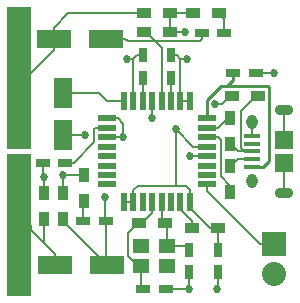
<source format=gtl>
G04 #@! TF.FileFunction,Copper,L1,Top,Signal*
%FSLAX46Y46*%
G04 Gerber Fmt 4.6, Leading zero omitted, Abs format (unit mm)*
G04 Created by KiCad (PCBNEW 4.0.0-rc2-stable) date 11/27/2015 10:33:43 PM*
%MOMM*%
G01*
G04 APERTURE LIST*
%ADD10C,0.100000*%
%ADD11R,1.200000X0.750000*%
%ADD12R,0.750000X1.200000*%
%ADD13R,1.600200X2.600960*%
%ADD14R,2.999740X1.600200*%
%ADD15R,1.550000X1.500000*%
%ADD16O,1.550000X0.900000*%
%ADD17O,0.950000X1.250000*%
%ADD18R,1.350000X0.400000*%
%ADD19R,2.000000X12.000000*%
%ADD20R,1.200000X0.900000*%
%ADD21R,0.900000X1.200000*%
%ADD22R,1.600000X0.550000*%
%ADD23R,0.550000X1.600000*%
%ADD24R,2.032000X2.032000*%
%ADD25O,2.032000X2.032000*%
%ADD26R,1.400000X1.200000*%
%ADD27C,0.685800*%
%ADD28C,0.152400*%
%ADD29C,0.254000*%
G04 APERTURE END LIST*
D10*
D11*
X113540500Y-100520500D03*
X115440500Y-100520500D03*
D12*
X117411500Y-97221000D03*
X117411500Y-99121000D03*
X113538000Y-82674500D03*
X113538000Y-80774500D03*
X115887500Y-82674500D03*
X115887500Y-80774500D03*
D11*
X105031500Y-89852500D03*
X106931500Y-89852500D03*
D13*
X106781600Y-83924140D03*
X106781600Y-87525860D03*
D11*
X123060500Y-82232500D03*
X121160500Y-82232500D03*
D12*
X119824500Y-97221000D03*
X119824500Y-99121000D03*
D14*
X110444280Y-98552000D03*
X106045000Y-98552000D03*
X110363000Y-79375000D03*
X105963720Y-79375000D03*
D11*
X110360500Y-94805500D03*
X108460500Y-94805500D03*
X118493500Y-78867000D03*
X120393500Y-78867000D03*
D15*
X125476000Y-87900000D03*
X125476000Y-89900000D03*
D16*
X125476000Y-85400000D03*
X125476000Y-92400000D03*
D17*
X122776000Y-91400000D03*
X122776000Y-86400000D03*
D18*
X122776000Y-90200000D03*
X122776000Y-89550000D03*
X122776000Y-88900000D03*
X122776000Y-88250000D03*
X122776000Y-87600000D03*
D19*
X103013000Y-95123000D03*
X103013000Y-82677000D03*
D20*
X115400000Y-94996000D03*
X113200000Y-94996000D03*
X121010500Y-84201000D03*
X123210500Y-84201000D03*
D21*
X120904000Y-90170000D03*
X120904000Y-92370000D03*
X120904000Y-88265000D03*
X120904000Y-86065000D03*
X108521500Y-93111500D03*
X108521500Y-90911500D03*
D20*
X119908500Y-77216000D03*
X117708500Y-77216000D03*
D21*
X106743500Y-94635500D03*
X106743500Y-92435500D03*
D20*
X113581000Y-78803500D03*
X115781000Y-78803500D03*
D21*
X105092500Y-94635500D03*
X105092500Y-92435500D03*
D20*
X113581000Y-77216000D03*
X115781000Y-77216000D03*
X117688000Y-95377000D03*
X119888000Y-95377000D03*
D22*
X110431000Y-86100000D03*
X110431000Y-86900000D03*
X110431000Y-87700000D03*
X110431000Y-88500000D03*
X110431000Y-89300000D03*
X110431000Y-90100000D03*
X110431000Y-90900000D03*
X110431000Y-91700000D03*
D23*
X111881000Y-93150000D03*
X112681000Y-93150000D03*
X113481000Y-93150000D03*
X114281000Y-93150000D03*
X115081000Y-93150000D03*
X115881000Y-93150000D03*
X116681000Y-93150000D03*
X117481000Y-93150000D03*
D22*
X118931000Y-91700000D03*
X118931000Y-90900000D03*
X118931000Y-90100000D03*
X118931000Y-89300000D03*
X118931000Y-88500000D03*
X118931000Y-87700000D03*
X118931000Y-86900000D03*
X118931000Y-86100000D03*
D23*
X117481000Y-84650000D03*
X116681000Y-84650000D03*
X115881000Y-84650000D03*
X115081000Y-84650000D03*
X114281000Y-84650000D03*
X113481000Y-84650000D03*
X112681000Y-84650000D03*
X111881000Y-84650000D03*
D24*
X124587000Y-96710500D03*
D25*
X124587000Y-99250500D03*
D26*
X113327000Y-98640000D03*
X115527000Y-98640000D03*
X115527000Y-96940000D03*
X113327000Y-96940000D03*
D27*
X108635800Y-87528400D03*
X124637800Y-82219800D03*
X117525800Y-89281000D03*
X119811800Y-100507800D03*
X117398800Y-100533200D03*
X117068600Y-78790800D03*
X117246400Y-81051400D03*
X112166400Y-81102200D03*
X111836200Y-87706200D03*
X105105200Y-91033600D03*
X106756200Y-90932000D03*
X116306600Y-87020400D03*
X119629510Y-84883570D03*
X110312200Y-92735400D03*
X114274600Y-86055200D03*
D28*
X110431000Y-86100000D02*
X111383400Y-86100000D01*
X111383400Y-86100000D02*
X111836200Y-86552800D01*
X111836200Y-86552800D02*
X111836200Y-87257188D01*
X111836200Y-87257188D02*
X111836200Y-87706200D01*
X106781600Y-87525860D02*
X108633260Y-87525860D01*
X108633260Y-87525860D02*
X108635800Y-87528400D01*
X123060500Y-82232500D02*
X124625100Y-82232500D01*
X124625100Y-82232500D02*
X124637800Y-82219800D01*
X118931000Y-89300000D02*
X117544800Y-89300000D01*
X117544800Y-89300000D02*
X117525800Y-89281000D01*
X119824500Y-99121000D02*
X119824500Y-100495100D01*
X119824500Y-100495100D02*
X119811800Y-100507800D01*
X115440500Y-100520500D02*
X117386100Y-100520500D01*
X117386100Y-100520500D02*
X117398800Y-100533200D01*
X117411500Y-99121000D02*
X117411500Y-100520500D01*
X117411500Y-100520500D02*
X117398800Y-100533200D01*
X115781000Y-78803500D02*
X117055900Y-78803500D01*
X117055900Y-78803500D02*
X117068600Y-78790800D01*
X115781000Y-77216000D02*
X115781000Y-77818400D01*
X115781000Y-77818400D02*
X115781000Y-78803500D01*
X116681000Y-81040600D02*
X117235600Y-81040600D01*
X117235600Y-81040600D02*
X117246400Y-81051400D01*
X112681000Y-81104100D02*
X112168300Y-81104100D01*
X112168300Y-81104100D02*
X112166400Y-81102200D01*
X110431000Y-87700000D02*
X111830000Y-87700000D01*
X111830000Y-87700000D02*
X111836200Y-87706200D01*
X105031500Y-89852500D02*
X105031500Y-90959900D01*
X105031500Y-90959900D02*
X105105200Y-91033600D01*
X105092500Y-92435500D02*
X105092500Y-91046300D01*
X105092500Y-91046300D02*
X105105200Y-91033600D01*
X108521500Y-90911500D02*
X106776700Y-90911500D01*
X106776700Y-90911500D02*
X106756200Y-90932000D01*
X106743500Y-92435500D02*
X106743500Y-90944700D01*
X106743500Y-90944700D02*
X106756200Y-90932000D01*
X116681000Y-84650000D02*
X116681000Y-81040600D01*
X116681000Y-81040600D02*
X116414900Y-80774500D01*
X116414900Y-80774500D02*
X115887500Y-80774500D01*
X112681000Y-84650000D02*
X112681000Y-81104100D01*
X112681000Y-81104100D02*
X113010600Y-80774500D01*
X113010600Y-80774500D02*
X113538000Y-80774500D01*
X115781000Y-77216000D02*
X116533400Y-77216000D01*
X116533400Y-77216000D02*
X117708500Y-77216000D01*
X116681000Y-84650000D02*
X117481000Y-84650000D01*
X122776000Y-86400000D02*
X122776000Y-87600000D01*
X125476000Y-86997600D02*
X125476000Y-87900000D01*
X125476000Y-90802400D02*
X125476000Y-89900000D01*
X125476000Y-86997600D02*
X125476000Y-85400000D01*
X125476000Y-92400000D02*
X125476000Y-89900000D01*
X117391000Y-77470000D02*
X117518000Y-77343000D01*
X117170200Y-91821000D02*
X116306600Y-91821000D01*
X116306600Y-91821000D02*
X113057600Y-91821000D01*
X116306600Y-87020400D02*
X116306600Y-87469412D01*
X116306600Y-87469412D02*
X116306600Y-91821000D01*
X118931000Y-88500000D02*
X117786200Y-88500000D01*
X117786200Y-88500000D02*
X116306600Y-87020400D01*
X116539768Y-91821000D02*
X117170200Y-91821000D01*
X113057600Y-91821000D02*
X112681000Y-92197600D01*
X112681000Y-92197600D02*
X112681000Y-93150000D01*
X117170200Y-91821000D02*
X117481000Y-92131800D01*
X117481000Y-92131800D02*
X117481000Y-92197600D01*
X117481000Y-92197600D02*
X117481000Y-93150000D01*
X117500400Y-93130600D02*
X117481000Y-93150000D01*
X121010500Y-84201000D02*
X120860500Y-84201000D01*
X120860500Y-84201000D02*
X120177930Y-84883570D01*
X120177930Y-84883570D02*
X119629510Y-84883570D01*
X119824500Y-97221000D02*
X119824500Y-95440500D01*
X119824500Y-95440500D02*
X119888000Y-95377000D01*
X111881000Y-93150000D02*
X112681000Y-93150000D01*
X117481000Y-93150000D02*
X117481000Y-93675000D01*
X117481000Y-93675000D02*
X119183000Y-95377000D01*
X119183000Y-95377000D02*
X119888000Y-95377000D01*
X108460500Y-94805500D02*
X108460500Y-93172500D01*
X108460500Y-93172500D02*
X108521500Y-93111500D01*
X120393500Y-78867000D02*
X120393500Y-77701000D01*
X120393500Y-77701000D02*
X119908500Y-77216000D01*
X113327000Y-98640000D02*
X113327000Y-100307000D01*
X113327000Y-100307000D02*
X113540500Y-100520500D01*
X113327000Y-98640000D02*
X113427000Y-98640000D01*
X113200000Y-94996000D02*
X113050000Y-94996000D01*
X113050000Y-94996000D02*
X112268000Y-95778000D01*
X112268000Y-95778000D02*
X112268000Y-97790000D01*
X112268000Y-97790000D02*
X113118000Y-98640000D01*
X113118000Y-98640000D02*
X113327000Y-98640000D01*
X114281000Y-93150000D02*
X114281000Y-94102400D01*
X114281000Y-94102400D02*
X113387400Y-94996000D01*
X113387400Y-94996000D02*
X113200000Y-94996000D01*
X115527000Y-96940000D02*
X117130500Y-96940000D01*
X117130500Y-96940000D02*
X117411500Y-97221000D01*
X115527000Y-96940000D02*
X115527000Y-95123000D01*
X115527000Y-95123000D02*
X115400000Y-94996000D01*
X115081000Y-93150000D02*
X115081000Y-94677000D01*
X115081000Y-94677000D02*
X115400000Y-94996000D01*
X113481000Y-84650000D02*
X113481000Y-82731500D01*
X113481000Y-82731500D02*
X113538000Y-82674500D01*
X113481000Y-82480000D02*
X113538000Y-82423000D01*
X115881000Y-84650000D02*
X115881000Y-82681000D01*
X115881000Y-82681000D02*
X115887500Y-82674500D01*
X115881000Y-82429500D02*
X115887500Y-82423000D01*
X106931500Y-89852500D02*
X107683900Y-89852500D01*
X107683900Y-89852500D02*
X109402399Y-88134001D01*
X109402399Y-88134001D02*
X109402399Y-86976201D01*
X109402399Y-86976201D02*
X109478600Y-86900000D01*
X109478600Y-86900000D02*
X110431000Y-86900000D01*
X109781340Y-83924140D02*
X110507200Y-84650000D01*
X110507200Y-84650000D02*
X111881000Y-84650000D01*
X106781600Y-83924140D02*
X109781340Y-83924140D01*
X111881000Y-84125000D02*
X111881000Y-84650000D01*
D29*
X124115301Y-83369999D02*
X120396000Y-83369999D01*
X120396000Y-83369999D02*
X120105699Y-83369999D01*
X121160500Y-82232500D02*
X121160500Y-82861500D01*
X121160500Y-82861500D02*
X120652001Y-83369999D01*
X120652001Y-83369999D02*
X120396000Y-83369999D01*
X122776000Y-90200000D02*
X123705000Y-90200000D01*
X123705000Y-90200000D02*
X124191501Y-89713499D01*
X124191501Y-89713499D02*
X124191501Y-83446199D01*
X124191501Y-83446199D02*
X124115301Y-83369999D01*
X120105699Y-83369999D02*
X118931000Y-84544698D01*
X118931000Y-84544698D02*
X118931000Y-85571000D01*
X118931000Y-85571000D02*
X118931000Y-86100000D01*
D28*
X118931000Y-86100000D02*
X119259000Y-86100000D01*
X110312200Y-92735400D02*
X110312200Y-94757200D01*
X110312200Y-94757200D02*
X110360500Y-94805500D01*
X114281000Y-84650000D02*
X114281000Y-86048800D01*
X114281000Y-86048800D02*
X114274600Y-86055200D01*
X110360500Y-94805500D02*
X110360500Y-98468220D01*
X110360500Y-98468220D02*
X110444280Y-98552000D01*
X106743500Y-94635500D02*
X106743500Y-94785500D01*
X106743500Y-94785500D02*
X110444280Y-98486280D01*
X110444280Y-98486280D02*
X110444280Y-98552000D01*
X110490000Y-98506280D02*
X110444280Y-98552000D01*
X106045000Y-97599500D02*
X105117900Y-96672400D01*
X105117900Y-96672400D02*
X104013000Y-95567500D01*
X105092500Y-94635500D02*
X105092500Y-96647000D01*
X105092500Y-96647000D02*
X105117900Y-96672400D01*
X106045000Y-98552000D02*
X106045000Y-97599500D01*
X104013000Y-95567500D02*
X104013000Y-95123000D01*
X118493500Y-78867000D02*
X118493500Y-79394400D01*
X118493500Y-79394400D02*
X118322400Y-79565500D01*
X118322400Y-79565500D02*
X114493000Y-79565500D01*
X115081000Y-80153500D02*
X114493000Y-79565500D01*
X110363000Y-79375000D02*
X112015270Y-79375000D01*
X112015270Y-79375000D02*
X112205770Y-79565500D01*
X114493000Y-79565500D02*
X113731000Y-78803500D01*
X112205770Y-79565500D02*
X114493000Y-79565500D01*
X115081000Y-84650000D02*
X115081000Y-80153500D01*
X113731000Y-78803500D02*
X113581000Y-78803500D01*
X113581000Y-77216000D02*
X107170220Y-77216000D01*
X107170220Y-77216000D02*
X105963720Y-78422500D01*
X105963720Y-78422500D02*
X105963720Y-79375000D01*
X105963720Y-79375000D02*
X105963720Y-80327500D01*
X105963720Y-80327500D02*
X104013000Y-82278220D01*
X122776000Y-89550000D02*
X121524000Y-89550000D01*
X121524000Y-89550000D02*
X120904000Y-90170000D01*
X123210500Y-84201000D02*
X123060500Y-84201000D01*
X123060500Y-84201000D02*
X121793000Y-85468500D01*
X121793000Y-85468500D02*
X121793000Y-88582500D01*
X121793000Y-88582500D02*
X122110500Y-88900000D01*
X122776000Y-88900000D02*
X122110500Y-88900000D01*
X122110500Y-88900000D02*
X121539000Y-88900000D01*
X121539000Y-88900000D02*
X120904000Y-88265000D01*
X118931000Y-91700000D02*
X118931000Y-92222900D01*
X118931000Y-92222900D02*
X123418600Y-96710500D01*
X123418600Y-96710500D02*
X124587000Y-96710500D01*
X120904000Y-92370000D02*
X120904000Y-91821000D01*
X120904000Y-91821000D02*
X120078500Y-90995500D01*
X120078500Y-90995500D02*
X120078500Y-87895100D01*
X120078500Y-87895100D02*
X119883400Y-87700000D01*
X119883400Y-87700000D02*
X118931000Y-87700000D01*
X118874000Y-87757000D02*
X118931000Y-87700000D01*
X120904000Y-86065000D02*
X120718400Y-86065000D01*
X119883400Y-86900000D02*
X118931000Y-86900000D01*
X120718400Y-86065000D02*
X119883400Y-86900000D01*
X117688000Y-95377000D02*
X117688000Y-94774600D01*
X117688000Y-94774600D02*
X116681000Y-93767600D01*
X116681000Y-93767600D02*
X116681000Y-93150000D01*
M02*

</source>
